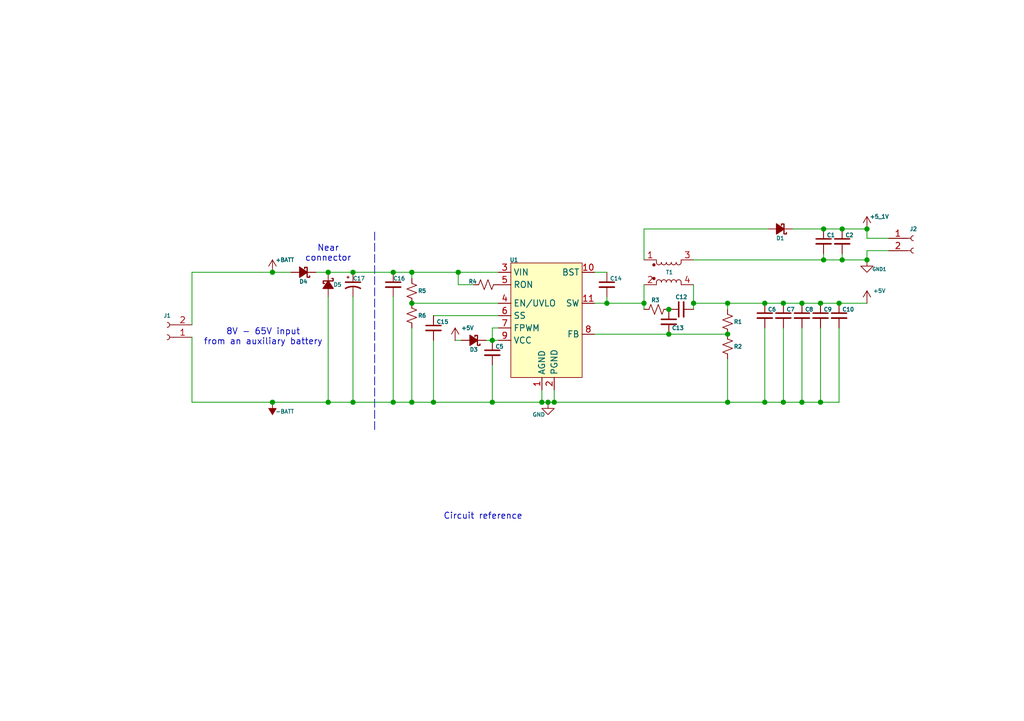
<source format=kicad_sch>
(kicad_sch (version 20231120) (generator "eeschema") (generator_version "8.0")
  (paper "A5")
  (title_block (title "Fly-buck converter") (date "2024-07-21") (rev "v1.0") (comment 1 "48V --> 5V"))
  (lib_symbols
    (symbol "Connector:Conn_01x02_Socket" (pin_names (offset 1.016) hide)
      (property "Reference" "J" (at 0 2.54 0))
      (property "Value" "Conn_01x02_Socket" (at 0 -5.08 0))
      (symbol "Conn_01x02_Socket_1_1"
        (arc (start 0 -2.032) (mid -0.5058 -2.54) (end 0 -3.048) (stroke (width 0.1524)))
        (polyline (pts (xy -1.27 -2.54) (xy -0.508 -2.54)) (stroke (width 0.1524)))
        (polyline (pts (xy -1.27 0) (xy -0.508 0)) (stroke (width 0.1524)))
        (arc (start 0 0.508) (mid -0.5058 0) (end 0 -0.508) (stroke (width 0.1524)))
        (pin passive line (at -5.08 0 0) (length 3.81) (name "Pin_1") (number "1"))
        (pin passive line (at -5.08 -2.54 0) (length 3.81) (name "Pin_2") (number "2"))
      )
    )
    (symbol "Custom_symbols:LM5160"
      (property "Reference" "U" (at 0.635 1.27 0))
      (symbol "LM5160_1_1"
        (rectangle (start 0 0) (end 14.605 -23.495) (fill (type background)))
        (pin passive line (at 6.35 -26.035 90) (length 2.54) (name "AGND") (number "1"))
        (pin power_out line (at 17.145 -1.905 180) (length 2.54) (name "BST") (number "10"))
        (pin power_out line (at 17.145 -8.255 180) (length 2.54) (name "SW") (number "11"))
        (pin power_out line (at 17.145 -8.255 180) (length 2.54) hide (name "SW") (number "12"))
        (pin passive line (at 8.89 -26.035 90) (length 2.54) hide (name "EP") (number "13"))
        (pin passive line (at 8.89 -26.035 90) (length 2.54) (name "PGND") (number "2"))
        (pin power_in line (at -2.54 -1.905 0) (length 2.54) (name "VIN") (number "3"))
        (pin input line (at -2.54 -8.255 0) (length 2.54) (name "EN/UVLO") (number "4"))
        (pin input line (at -2.54 -4.445 0) (length 2.54) (name "RON") (number "5"))
        (pin input line (at -2.54 -10.795 0) (length 2.54) (name "SS") (number "6"))
        (pin input line (at -2.54 -13.335 0) (length 2.54) (name "FPWM") (number "7"))
        (pin input line (at 17.145 -14.605 180) (length 2.54) (name "FB") (number "8"))
        (pin power_in line (at -2.54 -15.875 0) (length 2.54) (name "VCC") (number "9"))
      )
    )
    (symbol "Device:C_Polarized_Small_US" (pin_numbers hide) (pin_names (offset 0.254) hide)
      (property "Reference" "C" (at 0.254 1.778 0))
      (property "Value" "C_Polarized_Small_US" (at 0.254 -2.032 0))
      (symbol "C_Polarized_Small_US_0_1"
        (polyline (pts (xy -1.524 0.508) (xy 1.524 0.508)) (stroke (width 0.3048)))
        (polyline (pts (xy -1.27 1.524) (xy -0.762 1.524)))
        (polyline (pts (xy -1.016 1.27) (xy -1.016 1.778)))
        (arc (start 1.524 -0.762) (mid 0 -0.3734) (end -1.524 -0.762) (stroke (width 0.3048)))
      )
      (symbol "C_Polarized_Small_US_1_1"
        (pin passive line (at 0 2.54 270) (length 2.032) (name "~") (number "1"))
        (pin passive line (at 0 -2.54 90) (length 2.032) (name "~") (number "2"))
      )
    )
    (symbol "Device:C_Small" (pin_numbers hide) (pin_names (offset 0.254) hide)
      (property "Reference" "C" (at 0.254 1.778 0))
      (property "Value" "C_Small" (at 0.254 -2.032 0))
      (symbol "C_Small_0_1"
        (polyline (pts (xy -1.524 -0.508) (xy 1.524 -0.508)) (stroke (width 0.3302)))
        (polyline (pts (xy -1.524 0.508) (xy 1.524 0.508)) (stroke (width 0.3048)))
      )
      (symbol "C_Small_1_1"
        (pin passive line (at 0 2.54 270) (length 2.032) (name "~") (number "1"))
        (pin passive line (at 0 -2.54 90) (length 2.032) (name "~") (number "2"))
      )
    )
    (symbol "Device:D_Schottky_Small_Filled" (pin_numbers hide) (pin_names (offset 0.254) hide)
      (property "Reference" "D" (at -1.27 2.032 0))
      (property "Value" "D_Schottky_Small_Filled" (at -7.112 -2.032 0))
      (symbol "D_Schottky_Small_Filled_0_1"
        (polyline (pts (xy -0.762 0) (xy 0.762 0)))
        (polyline (pts (xy 0.762 -1.016) (xy -0.762 0) (xy 0.762 1.016) (xy 0.762 -1.016)) (stroke (width 0.254)) (fill (type outline)))
        (polyline (pts (xy -1.27 0.762) (xy -1.27 1.016) (xy -0.762 1.016) (xy -0.762 -1.016) (xy -0.254 -1.016) (xy -0.254 -0.762)) (stroke (width 0.254)))
      )
      (symbol "D_Schottky_Small_Filled_1_1"
        (pin passive line (at -2.54 0 0) (length 1.778) (name "K") (number "1"))
        (pin passive line (at 2.54 0 180) (length 1.778) (name "A") (number "2"))
      )
    )
    (symbol "Device:L_Coupled" (pin_names (offset 0.254) hide)
      (property "Reference" "T1" (at -0.635 0 0))
      (symbol "L_Coupled_0_1"
        (circle (center -3.048 -1.27) (radius 0.254) (fill (type outline)))
        (circle (center -3.048 1.524) (radius 0.254) (fill (type outline)))
        (arc (start -2.54 2.032) (mid -2.032 1.5262) (end -1.524 2.032))
        (arc (start -1.524 -2.032) (mid -2.032 -1.5262) (end -2.54 -2.032))
        (arc (start -1.524 2.032) (mid -1.016 1.5262) (end -0.508 2.032))
        (arc (start -0.508 -2.032) (mid -1.016 -1.5262) (end -1.524 -2.032))
        (arc (start -0.508 2.032) (mid 0 1.5262) (end 0.508 2.032))
        (polyline (pts (xy -2.54 -2.032) (xy -2.54 -2.54)))
        (polyline (pts (xy -2.54 2.032) (xy -2.54 2.54)))
        (polyline (pts (xy 2.54 -2.032) (xy 2.54 -2.54)))
        (polyline (pts (xy 2.54 2.54) (xy 2.54 2.032)))
        (arc (start 0.508 -2.032) (mid 0 -1.5262) (end -0.508 -2.032))
        (arc (start 0.508 2.032) (mid 1.016 1.5262) (end 1.524 2.032))
        (arc (start 1.524 -2.032) (mid 1.016 -1.5262) (end 0.508 -2.032))
        (arc (start 1.524 2.032) (mid 2.032 1.5262) (end 2.54 2.032))
        (arc (start 2.54 -2.032) (mid 2.032 -1.5262) (end 1.524 -2.032))
      )
      (symbol "L_Coupled_1_1"
        (pin passive line (at -5.08 2.54 0) (length 2.54) (name "1") (number "1"))
        (pin passive line (at -5.08 -2.54 0) (length 2.54) (name "2") (number "2"))
        (pin passive line (at 5.08 2.54 180) (length 2.54) (name "3") (number "3"))
        (pin passive line (at 5.08 -2.54 180) (length 2.54) (name "4") (number "4"))
      )
    )
    (symbol "Device:R_Small_US" (pin_numbers hide) (pin_names (offset 0.254) hide)
      (property "Reference" "R" (at 0.762 0.508 0))
      (property "Value" "R_Small_US" (at 0.762 -1.016 0))
      (symbol "R_Small_US_1_1"
        (polyline (pts (xy 0 0) (xy 1.016 -0.381) (xy 0 -0.762) (xy -1.016 -1.143) (xy 0 -1.524)))
        (polyline (pts (xy 0 1.524) (xy 1.016 1.143) (xy 0 0.762) (xy -1.016 0.381) (xy 0 0)))
        (pin passive line (at 0 2.54 270) (length 1.016) (name "~") (number "1"))
        (pin passive line (at 0 -2.54 90) (length 1.016) (name "~") (number "2"))
      )
    )
    (symbol "power:+12V" (power) (pin_numbers hide) (pin_names (offset 0) hide)
      (property "Value" "+12V" (at 0 3.556 0))
      (symbol "+12V_0_1"
        (polyline (pts (xy -0.762 1.27) (xy 0 2.54)))
        (polyline (pts (xy 0 0) (xy 0 2.54)))
        (polyline (pts (xy 0 2.54) (xy 0.762 1.27)))
      )
      (symbol "+12V_1_1"
        (pin power_in line (at 0 0 90) (length 0) (name "~") (number "1"))
      )
    )
    (symbol "power:+5V" (power) (pin_numbers hide) (pin_names (offset 0) hide)
      (property "Value" "+5V" (at 0 3.556 0))
      (symbol "+5V_0_1"
        (polyline (pts (xy -0.762 1.27) (xy 0 2.54)))
        (polyline (pts (xy 0 0) (xy 0 2.54)))
        (polyline (pts (xy 0 2.54) (xy 0.762 1.27)))
      )
      (symbol "+5V_1_1"
        (pin power_in line (at 0 0 90) (length 0) (name "~") (number "1"))
      )
    )
    (symbol "power:+BATT" (power) (pin_numbers hide) (pin_names (offset 0) hide)
      (property "Value" "+BATT" (at 0 3.556 0))
      (symbol "+BATT_0_1"
        (polyline (pts (xy -0.762 1.27) (xy 0 2.54)))
        (polyline (pts (xy 0 0) (xy 0 2.54)))
        (polyline (pts (xy 0 2.54) (xy 0.762 1.27)))
      )
      (symbol "+BATT_1_1"
        (pin power_in line (at 0 0 90) (length 0) (name "~") (number "1"))
      )
    )
    (symbol "power:-BATT" (power) (pin_numbers hide) (pin_names (offset 0) hide)
      (property "Value" "-BATT" (at 0 3.556 0))
      (symbol "-BATT_0_1"
        (polyline (pts (xy 0 0) (xy 0 2.54)))
        (polyline (pts (xy 0.762 1.27) (xy -0.762 1.27) (xy 0 2.54) (xy 0.762 1.27)) (fill (type outline)))
      )
      (symbol "-BATT_1_1"
        (pin power_in line (at 0 0 90) (length 0) (name "~") (number "1"))
      )
    )
    (symbol "power:GND" (power) (pin_numbers hide) (pin_names (offset 0) hide)
      (property "Value" "GND" (at 0 -3.81 0))
      (symbol "GND_0_1"
        (polyline (pts (xy 0 0) (xy 0 -1.27) (xy 1.27 -1.27) (xy 0 -2.54) (xy -1.27 -1.27) (xy 0 -1.27)))
      )
      (symbol "GND_1_1"
        (pin power_in line (at 0 0 270) (length 0) (name "~") (number "1"))
      )
    )
    (symbol "power:GND1" (power) (pin_numbers hide) (pin_names (offset 0) hide)
      (property "Value" "GND1" (at 0 -3.81 0))
      (symbol "GND1_0_1"
        (polyline (pts (xy 0 0) (xy 0 -1.27) (xy 1.27 -1.27) (xy 0 -2.54) (xy -1.27 -1.27) (xy 0 -1.27)))
      )
      (symbol "GND1_1_1"
        (pin power_in line (at 0 0 270) (length 0) (name "~") (number "1"))
      )
    )
  )
  (junction (at 137.16 63.5))
  (junction (at 168.91 46.99))
  (junction (at 67.31 55.88))
  (junction (at 137.16 68.58))
  (junction (at 172.085 62.23))
  (junction (at 100.965 69.85))
  (junction (at 156.845 82.55))
  (junction (at 124.46 62.23))
  (junction (at 164.465 82.55))
  (junction (at 168.275 82.55))
  (junction (at 149.225 82.55))
  (junction (at 55.88 55.88))
  (junction (at 132.08 62.23))
  (junction (at 84.455 55.88))
  (junction (at 80.645 82.55))
  (junction (at 160.655 82.55))
  (junction (at 112.395 82.55))
  (junction (at 149.225 62.23))
  (junction (at 164.465 62.23))
  (junction (at 168.91 53.34))
  (junction (at 156.845 62.23))
  (junction (at 177.8 46.99))
  (junction (at 168.275 62.23))
  (junction (at 149.225 68.58))
  (junction (at 113.665 82.55))
  (junction (at 93.98 55.88))
  (junction (at 142.24 62.23))
  (junction (at 160.655 62.23))
  (junction (at 84.455 62.23))
  (junction (at 72.39 82.55))
  (junction (at 88.9 82.55))
  (junction (at 67.31 82.55))
  (junction (at 80.645 55.88))
  (junction (at 100.965 82.55))
  (junction (at 172.72 46.99))
  (junction (at 172.72 53.34))
  (junction (at 72.39 55.88))
  (junction (at 84.455 82.55))
  (junction (at 177.8 53.34))
  (junction (at 111.125 82.55))
  (junction (at 55.88 82.55))
  (wire (pts (xy 168.275 62.23) (xy 172.085 62.23)))
  (wire (pts (xy 93.345 69.85) (xy 94.615 69.85)))
  (wire (pts (xy 142.24 63.5) (xy 142.24 62.23)))
  (wire (pts (xy 182.245 51.435) (xy 177.8 51.435)))
  (wire (pts (xy 137.16 68.58) (xy 149.225 68.58)))
  (wire (pts (xy 168.91 46.99) (xy 172.72 46.99)))
  (wire (pts (xy 88.9 64.77) (xy 102.235 64.77)))
  (wire (pts (xy 172.72 46.99) (xy 177.8 46.99)))
  (wire (pts (xy 39.37 66.675) (xy 39.37 55.88)))
  (wire (pts (xy 142.24 53.34) (xy 168.91 53.34)))
  (wire (pts (xy 113.665 80.01) (xy 113.665 82.55)))
  (wire (pts (xy 100.965 67.31) (xy 100.965 69.85)))
  (wire (pts (xy 172.085 67.31) (xy 172.085 82.55)))
  (wire (pts (xy 93.98 58.42) (xy 93.98 55.88)))
  (wire (pts (xy 121.92 68.58) (xy 137.16 68.58)))
  (wire (pts (xy 84.455 55.88) (xy 93.98 55.88)))
  (wire (pts (xy 164.465 67.31) (xy 164.465 82.55)))
  (wire (pts (xy 149.225 73.66) (xy 149.225 82.55)))
  (wire (pts (xy 168.91 53.34) (xy 172.72 53.34)))
  (wire (pts (xy 84.455 82.55) (xy 88.9 82.55)))
  (wire (pts (xy 113.665 82.55) (xy 149.225 82.55)))
  (wire (pts (xy 39.37 55.88) (xy 55.88 55.88)))
  (wire (pts (xy 72.39 55.88) (xy 80.645 55.88)))
  (wire (pts (xy 64.77 55.88) (xy 67.31 55.88)))
  (wire (pts (xy 164.465 62.23) (xy 168.275 62.23)))
  (wire (pts (xy 168.91 53.34) (xy 168.91 52.07)))
  (wire (pts (xy 132.08 53.34) (xy 132.08 46.99)))
  (wire (pts (xy 160.655 67.31) (xy 160.655 82.55)))
  (wire (pts (xy 121.92 62.23) (xy 124.46 62.23)))
  (wire (pts (xy 88.9 69.85) (xy 88.9 82.55)))
  (wire (pts (xy 164.465 82.55) (xy 168.275 82.55)))
  (wire (pts (xy 97.155 58.42) (xy 93.98 58.42)))
  (wire (pts (xy 111.125 80.01) (xy 111.125 82.55)))
  (wire (pts (xy 156.845 82.55) (xy 160.655 82.55)))
  (wire (pts (xy 39.37 82.55) (xy 55.88 82.55)))
  (wire (pts (xy 55.88 55.88) (xy 59.69 55.88)))
  (wire (pts (xy 39.37 69.215) (xy 39.37 82.55)))
  (wire (pts (xy 84.455 67.31) (xy 84.455 82.55)))
  (wire (pts (xy 177.8 48.895) (xy 177.8 46.99)))
  (wire (pts (xy 100.965 69.85) (xy 102.235 69.85)))
  (wire (pts (xy 88.9 82.55) (xy 100.965 82.55)))
  (wire (pts (xy 80.645 82.55) (xy 80.645 60.96)))
  (wire (pts (xy 149.225 62.23) (xy 156.845 62.23)))
  (wire (pts (xy 124.46 62.23) (xy 132.08 62.23)))
  (wire (pts (xy 160.655 62.23) (xy 164.465 62.23)))
  (wire (pts (xy 84.455 55.88) (xy 84.455 57.15)))
  (wire (pts (xy 142.24 58.42) (xy 142.24 62.23)))
  (wire (pts (xy 124.46 60.96) (xy 124.46 62.23)))
  (wire (pts (xy 100.965 82.55) (xy 111.125 82.55)))
  (wire (pts (xy 132.08 46.99) (xy 157.48 46.99)))
  (wire (pts (xy 84.455 62.23) (xy 102.235 62.23)))
  (wire (pts (xy 67.31 60.96) (xy 67.31 82.55)))
  (wire (pts (xy 111.125 82.55) (xy 112.395 82.55)))
  (wire (pts (xy 160.655 82.55) (xy 164.465 82.55)))
  (wire (pts (xy 121.92 55.88) (xy 124.46 55.88)))
  (wire (pts (xy 156.845 62.23) (xy 160.655 62.23)))
  (wire (pts (xy 142.24 62.23) (xy 149.225 62.23)))
  (wire (pts (xy 162.56 46.99) (xy 168.91 46.99)))
  (wire (pts (xy 172.72 53.34) (xy 172.72 52.07)))
  (wire (pts (xy 72.39 82.55) (xy 80.645 82.55)))
  (wire (pts (xy 67.31 55.88) (xy 72.39 55.88)))
  (wire (pts (xy 172.085 62.23) (xy 177.8 62.23)))
  (wire (pts (xy 112.395 82.55) (xy 113.665 82.55)))
  (wire (pts (xy 132.08 58.42) (xy 132.08 62.23)))
  (polyline (pts (xy 76.835 47.625) (xy 76.835 88.265)) (stroke (width 0) (type dash)))
  (wire (pts (xy 177.8 51.435) (xy 177.8 53.34)))
  (wire (pts (xy 156.845 67.31) (xy 156.845 82.55)))
  (wire (pts (xy 168.275 82.55) (xy 172.085 82.55)))
  (wire (pts (xy 67.31 82.55) (xy 72.39 82.55)))
  (wire (pts (xy 93.98 55.88) (xy 102.235 55.88)))
  (wire (pts (xy 100.965 74.93) (xy 100.965 82.55)))
  (wire (pts (xy 172.72 53.34) (xy 177.8 53.34)))
  (wire (pts (xy 168.275 67.31) (xy 168.275 82.55)))
  (wire (pts (xy 149.225 63.5) (xy 149.225 62.23)))
  (wire (pts (xy 99.695 69.85) (xy 100.965 69.85)))
  (wire (pts (xy 55.88 82.55) (xy 67.31 82.55)))
  (wire (pts (xy 149.225 82.55) (xy 156.845 82.55)))
  (wire (pts (xy 102.235 67.31) (xy 100.965 67.31)))
  (wire (pts (xy 72.39 60.96) (xy 72.39 82.55)))
  (wire (pts (xy 80.645 55.88) (xy 84.455 55.88)))
  (wire (pts (xy 182.245 48.895) (xy 177.8 48.895)))
  (wire (pts (xy 80.645 82.55) (xy 84.455 82.55)))
  (wire (pts (xy 132.08 63.5) (xy 132.08 62.23)))
  (text "8V - 65V input\nfrom an auxiliary battery" (at 53.975 69.215 0) (effects (font (size 1.27 1.27))))
  (text "Near\nconnector" (at 67.31 52.07 0) (effects (font (size 1.27 1.27))))
  (text "Circuit reference" (at 99.06 106.045 0) (effects (font (size 1.27 1.27))))
  (symbol (lib_id "Device:C_Small") (at 172.085 64.77 0) (unit 1)
    (property "Reference" "C10" (at 172.72 63.5 0) (effects (font (size 0.8 0.8)) (justify left)))
    (property "Value" "10uF, 25V, 0603" (effects (hide yes)))
    (property "Footprint" "Capacitor_SMD:C_0603_1608Metric" (effects (hide yes)))
    (property "Description" "Unpolarized capacitor, small symbol" (effects (hide yes)))
  )
  (symbol (lib_id "Device:C_Polarized_Small_US") (at 72.39 58.42 0) (unit 1)
    (property "Reference" "C17" (at 72.39 57.15 0) (effects (font (size 0.8 0.8)) (justify left)))
    (property "Value" "22uF 75V" (effects (hide yes)))
    (property "Footprint" "Capacitor_SMD:CP_Elec_10x10.5" (effects (hide yes)))
    (property "Description" "Polarized capacitor, small US symbol" (effects (hide yes)))
  )
  (symbol (lib_id "Device:R_Small_US") (at 84.455 64.77 0) (unit 1)
    (property "Reference" "R6" (at 85.725 64.77 0) (effects (font (size 0.8 0.8)) (justify left)))
    (property "Value" "12.1K, 0.100W, 0402" (effects (hide yes)))
    (property "Footprint" "Resistor_SMD:R_0402_1005Metric" (effects (hide yes)))
    (property "Description" "Resistor, small US symbol" (effects (hide yes)))
  )
  (symbol (lib_id "Device:C_Small") (at 139.7 63.5 90) (unit 1)
    (property "Reference" "C12" (at 140.97 60.96 90) (effects (font (size 0.8 0.8)) (justify left)))
    (property "Value" "3.9nF, 10V, 0402" (effects (hide yes)))
    (property "Footprint" "Capacitor_SMD:C_0402_1005Metric" (effects (hide yes)))
    (property "Description" "Unpolarized capacitor, small symbol" (effects (hide yes)))
  )
  (symbol (lib_id "Device:C_Small") (at 156.845 64.77 0) (unit 1)
    (property "Reference" "C6" (at 157.48 63.5 0) (effects (font (size 0.8 0.8)) (justify left)))
    (property "Value" "10uF, 25V, 0603" (effects (hide yes)))
    (property "Footprint" "Capacitor_SMD:C_0603_1608Metric" (effects (hide yes)))
    (property "Description" "Unpolarized capacitor, small symbol" (effects (hide yes)))
  )
  (symbol (lib_id "power:+BATT") (at 55.88 55.88 0) (unit 1)
    (property "Reference" "#PWR08" (effects (hide yes)))
    (property "Value" "+BATT" (at 58.42 53.34 0) (effects (font (size 0.8 0.8))))
    (property "Description" "Power symbol creates a global label with name \"+BATT\"" (effects (hide yes)))
  )
  (symbol (lib_id "Device:D_Schottky_Small_Filled") (at 160.02 46.99 180) (unit 1)
    (property "Reference" "D1" (at 160.02 48.895 0) (effects (font (size 0.8 0.8))))
    (property "Value" "Vstandoff=60V, Vbreakdown=65V, Iforward=1A" (effects (hide yes)))
    (property "Footprint" "Diode_SMD:D_SOD-123" (effects (hide yes)))
    (property "Description" "Schottky diode, small symbol, filled shape" (effects (hide yes)))
  )
  (symbol (lib_id "power:-BATT") (at 55.88 82.55 180) (unit 1)
    (property "Reference" "#PWR09" (effects (hide yes)))
    (property "Value" "-BATT" (at 58.42 84.455 0) (effects (font (size 0.8 0.8))))
    (property "Description" "Power symbol creates a global label with name \"-BATT\"" (effects (hide yes)))
  )
  (symbol (lib_id "Device:R_Small_US") (at 149.225 71.12 0) (unit 1)
    (property "Reference" "R2" (at 150.495 71.12 0) (effects (font (size 0.8 0.8)) (justify left)))
    (property "Value" "1.5K, 0.0625W, 0402" (effects (hide yes)))
    (property "Footprint" "Resistor_SMD:R_0402_1005Metric" (effects (hide yes)))
    (property "Description" "Resistor, small US symbol" (effects (hide yes)))
  )
  (symbol (lib_id "Device:C_Small") (at 100.965 72.39 0) (unit 1)
    (property "Reference" "C5" (at 101.6 71.12 0) (effects (font (size 0.8 0.8)) (justify left)))
    (property "Value" "1uF, 25V, 0603" (effects (hide yes)))
    (property "Footprint" "Capacitor_SMD:C_0603_1608Metric" (effects (hide yes)))
    (property "Description" "Unpolarized capacitor, small symbol" (effects (hide yes)))
  )
  (symbol (lib_id "power:+12V") (at 177.8 46.99 0) (unit 1)
    (property "Reference" "#PWR05" (effects (hide yes)))
    (property "Value" "+5_1V" (at 180.34 44.45 0) (effects (font (size 0.8 0.8))))
  )
  (symbol (lib_id "Connector:Conn_01x02_Socket") (at 34.29 69.215 180) (unit 1)
    (property "Reference" "J1" (at 34.29 64.77 0) (effects (font (size 0.8 0.8))))
    (property "Value" "Conn_01x02_Socket" (effects (hide yes)))
    (property "Footprint" "Connector_Molex:Molex_Micro-Fit_3.0_43650-0200_1x02_P3.00mm_Horizontal" (effects (hide yes)))
    (property "Description" "Generic connector, single row, 01x02, script generated" (effects (hide yes)))
  )
  (symbol (lib_id "Device:C_Small") (at 88.9 67.31 0) (unit 1)
    (property "Reference" "C15" (at 89.535 66.04 0) (effects (font (size 0.8 0.8)) (justify left)))
    (property "Value" "22nF, 10V, 0402" (effects (hide yes)))
    (property "Footprint" "Capacitor_SMD:C_0402_1005Metric" (effects (hide yes)))
    (property "Description" "Unpolarized capacitor, small symbol" (effects (hide yes)))
  )
  (symbol (lib_id "Device:D_Schottky_Small_Filled") (at 67.31 58.42 270) (unit 1)
    (property "Reference" "D5" (at 69.215 58.42 90) (effects (font (size 0.8 0.8))))
    (property "Value" "Vstandoff=60V, Vbreakdown=65V, Iforward=1A" (effects (hide yes)))
    (property "Footprint" "Diode_SMD:D_SOD-123" (effects (hide yes)))
    (property "Description" "Schottky diode, small symbol, filled shape" (effects (hide yes)))
  )
  (symbol (lib_id "Device:D_Schottky_Small_Filled") (at 62.23 55.88 180) (unit 1)
    (property "Reference" "D4" (at 62.23 57.785 0) (effects (font (size 0.8 0.8))))
    (property "Value" "Vstandoff=190V, Vbreakdown=200V, Iforward=1A" (effects (hide yes)))
    (property "Footprint" "Diode_SMD:D_SOD-123" (effects (hide yes)))
    (property "Description" "Schottky diode, small symbol, filled shape" (effects (hide yes)))
  )
  (symbol (lib_id "power:+5V") (at 177.8 62.23 0) (unit 1)
    (property "Reference" "#PWR06" (effects (hide yes)))
    (property "Value" "+5V" (at 180.34 59.69 0) (effects (font (size 0.8 0.8))))
  )
  (symbol (lib_id "Device:R_Small_US") (at 134.62 63.5 90) (unit 1)
    (property "Reference" "R3" (at 135.255 61.595 90) (effects (font (size 0.8 0.8)) (justify left)))
    (property "Value" "75K, 0.0625W, 0402" (effects (hide yes)))
    (property "Footprint" "Resistor_SMD:R_0402_1005Metric" (effects (hide yes)))
    (property "Description" "Resistor, small US symbol" (effects (hide yes)))
  )
  (symbol (lib_id "Device:C_Small") (at 168.275 64.77 0) (unit 1)
    (property "Reference" "C9" (at 168.91 63.5 0) (effects (font (size 0.8 0.8)) (justify left)))
    (property "Value" "10uF, 25V, 0603" (effects (hide yes)))
    (property "Footprint" "Capacitor_SMD:C_0603_1608Metric" (effects (hide yes)))
    (property "Description" "Unpolarized capacitor, small symbol" (effects (hide yes)))
  )
  (symbol (lib_id "Device:C_Small") (at 80.645 58.42 0) (unit 1)
    (property "Reference" "C16" (at 80.645 57.15 0) (effects (font (size 0.8 0.8)) (justify left)))
    (property "Value" "1uF, 80V, 0805" (effects (hide yes)))
    (property "Footprint" "Capacitor_SMD:C_0805_2012Metric" (effects (hide yes)))
    (property "Description" "Unpolarized capacitor, small symbol" (effects (hide yes)))
  )
  (symbol (lib_id "Device:R_Small_US") (at 149.225 66.04 0) (unit 1)
    (property "Reference" "R1" (at 150.495 66.04 0) (effects (font (size 0.8 0.8)) (justify left)))
    (property "Value" "2.26K, 0.0625W, 0402" (effects (hide yes)))
    (property "Footprint" "Resistor_SMD:R_0402_1005Metric" (effects (hide yes)))
    (property "Description" "Resistor, small US symbol" (effects (hide yes)))
  )
  (symbol (lib_id "Device:C_Small") (at 168.91 49.53 0) (unit 1)
    (property "Reference" "C1" (at 169.545 48.26 0) (effects (font (size 0.8 0.8)) (justify left)))
    (property "Value" "10uF, 25V, 0603" (effects (hide yes)))
    (property "Footprint" "Capacitor_SMD:C_0603_1608Metric" (effects (hide yes)))
    (property "Description" "Unpolarized capacitor, small symbol" (effects (hide yes)))
  )
  (symbol (lib_id "Device:C_Small") (at 164.465 64.77 0) (unit 1)
    (property "Reference" "C8" (at 165.1 63.5 0) (effects (font (size 0.8 0.8)) (justify left)))
    (property "Value" "10uF, 25V, 0603" (effects (hide yes)))
    (property "Footprint" "Capacitor_SMD:C_0603_1608Metric" (effects (hide yes)))
    (property "Description" "Unpolarized capacitor, small symbol" (effects (hide yes)))
  )
  (symbol (lib_id "Device:C_Small") (at 160.655 64.77 0) (unit 1)
    (property "Reference" "C7" (at 161.29 63.5 0) (effects (font (size 0.8 0.8)) (justify left)))
    (property "Value" "10uF, 25V, 0603" (effects (hide yes)))
    (property "Footprint" "Capacitor_SMD:C_0603_1608Metric" (effects (hide yes)))
    (property "Description" "Unpolarized capacitor, small symbol" (effects (hide yes)))
  )
  (symbol (lib_id "Device:C_Small") (at 124.46 58.42 0) (unit 1)
    (property "Reference" "C14" (at 125.095 57.15 0) (effects (font (size 0.8 0.8)) (justify left)))
    (property "Value" "10nF, 25V, 0603" (effects (hide yes)))
    (property "Footprint" "Capacitor_SMD:C_0603_1608Metric" (effects (hide yes)))
    (property "Description" "Unpolarized capacitor, small symbol" (effects (hide yes)))
  )
  (symbol (lib_id "Device:R_Small_US") (at 84.455 59.69 0) (unit 1)
    (property "Reference" "R5" (at 85.725 59.69 0) (effects (font (size 0.8 0.8)) (justify left)))
    (property "Value" "133K, 0.100W, 0603" (effects (hide yes)))
    (property "Footprint" "Resistor_SMD:R_0603_1608Metric" (effects (hide yes)))
    (property "Description" "Resistor, small US symbol" (effects (hide yes)))
  )
  (symbol (lib_id "Device:L_Coupled") (at 137.16 55.88 0) (unit 1)
    (property "Reference" "T1" (at 136.525 55.88 0) (effects (font (size 0.8 0.8)) (justify left)))
    (property "Value" "47uH, DCR=86mOhm" (effects (hide yes)))
    (property "Footprint" "Inductor_SMD:L_Bourns_SRF1260" (effects (hide yes)))
    (property "Description" "Transformer, single primary, dual secondary" (effects (hide yes)))
    (property "Vendor" "https://in.element14.com/bourns/srf1260-470m/inductor-dual-47uh-para-power/dp/1852848" (effects (hide yes)))
    (property "MPN" "srf1260-470m" (effects (hide yes)))
  )
  (symbol (lib_id "Device:R_Small_US") (at 99.695 58.42 90) (unit 1)
    (property "Reference" "R4" (at 97.79 57.785 90) (effects (font (size 0.8 0.8)) (justify left)))
    (property "Value" "205K, 0.100W, 0402" (effects (hide yes)))
    (property "Footprint" "Resistor_SMD:R_0402_1005Metric" (effects (hide yes)))
    (property "Description" "Resistor, small US symbol" (effects (hide yes)))
  )
  (symbol (lib_id "power:GND") (at 112.395 82.55 0) (unit 1)
    (property "Reference" "#PWR01" (effects (hide yes)))
    (property "Value" "GND" (at 110.49 85.09 0) (effects (font (size 0.8 0.8))))
    (property "Description" "Power symbol creates a global label with name \"GND\" , ground" (effects (hide yes)))
  )
  (symbol (lib_id "Device:C_Small") (at 137.16 66.04 0) (unit 1)
    (property "Reference" "C13" (at 137.795 67.31 0) (effects (font (size 0.8 0.8)) (justify left)))
    (property "Value" "15nF, 10V, 0402" (effects (hide yes)))
    (property "Footprint" "Capacitor_SMD:C_0402_1005Metric" (effects (hide yes)))
    (property "Description" "Unpolarized capacitor, small symbol" (effects (hide yes)))
  )
  (symbol (lib_id "Device:D_Schottky_Small_Filled") (at 97.155 69.85 180) (unit 1)
    (property "Reference" "D3" (at 97.155 71.755 0) (effects (font (size 0.8 0.8))))
    (property "Value" "Vstandoff=60V, Vbreakdown=65V, Iforward=0.1A" (effects (hide yes)))
    (property "Footprint" "Diode_SMD:D_SOD-123" (effects (hide yes)))
    (property "Description" "Schottky diode, small symbol, filled shape" (effects (hide yes)))
  )
  (symbol (lib_id "power:GND1") (at 177.8 53.34 0) (unit 1)
    (property "Reference" "#PWR02" (effects (hide yes)))
    (property "Value" "GND1" (at 180.34 55.245 0) (effects (font (size 0.7 0.7))))
    (property "Description" "Power symbol creates a global label with name \"GND1\" , ground" (effects (hide yes)))
  )
  (symbol (lib_id "Custom_symbols:LM5160") (at 104.775 53.975 0) (unit 1)
    (property "Reference" "U1" (at 105.41 53.34 0) (effects (font (size 0.8 0.8))))
    (property "Value" "LM5160" (effects (hide yes)))
    (property "Footprint" "Package_SON:WSON-12-1EP_4x4mm_P0.5mm_EP2.6x3mm_ThermalVias" (effects (hide yes)))
    (property "Description" "65V 2A buck/fly-buck converter" (effects (hide yes)))
  )
  (symbol (lib_id "power:+5V") (at 93.345 69.85 0) (unit 1)
    (property "Reference" "#PWR07" (effects (hide yes)))
    (property "Value" "+5V" (at 95.885 67.31 0) (effects (font (size 0.8 0.8))))
  )
  (symbol (lib_id "Device:C_Small") (at 172.72 49.53 0) (unit 1)
    (property "Reference" "C2" (at 173.355 48.26 0) (effects (font (size 0.8 0.8)) (justify left)))
    (property "Value" "10uF, 25V, 0603" (effects (hide yes)))
    (property "Footprint" "Capacitor_SMD:C_0603_1608Metric" (effects (hide yes)))
    (property "Description" "Unpolarized capacitor, small symbol" (effects (hide yes)))
  )
  (symbol (lib_id "Connector:Conn_01x02_Socket") (at 187.325 48.895 0) (unit 1)
    (property "Reference" "J2" (at 187.325 46.99 0) (effects (font (size 0.8 0.8))))
    (property "Value" "Conn_01x02_Socket" (effects (hide yes)))
    (property "Footprint" "Connector_Molex:Molex_Micro-Fit_3.0_43650-0200_1x02_P3.00mm_Horizontal" (effects (hide yes)))
    (property "Description" "Generic connector, single row, 01x02, script generated" (effects (hide yes)))
  )
)
</source>
